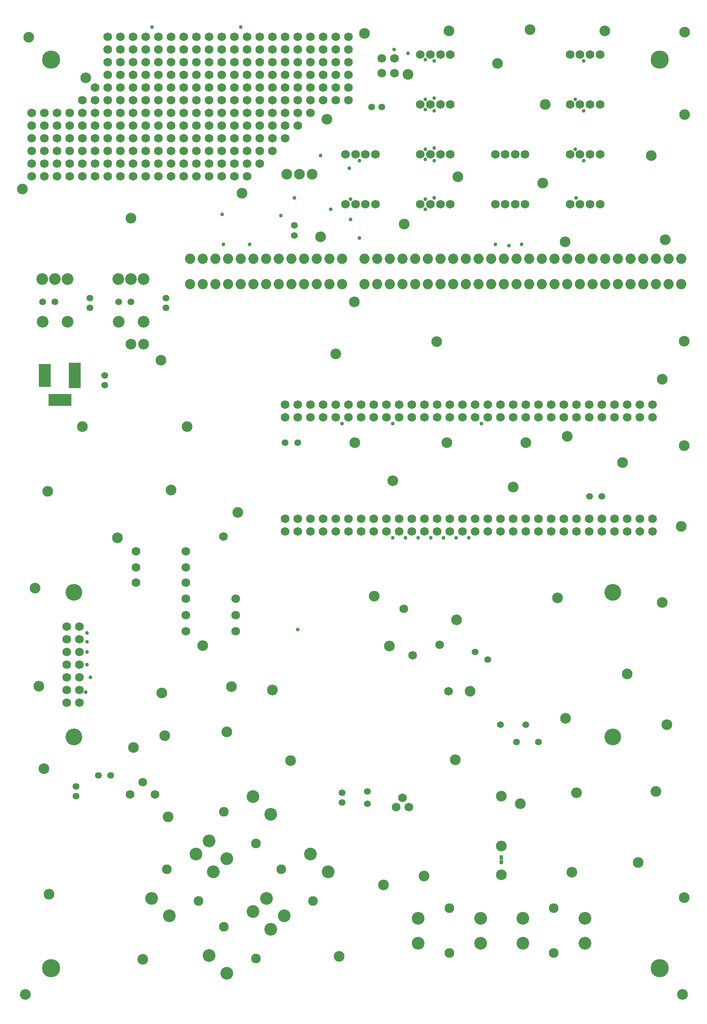
<source format=gbr>
%FSLAX33Y33*%
%MOMM*%
G04 EasyPC Gerber Version 17.0 Build 3379 *
%ADD116R,0.65240X0.95240*%
%ADD97R,2.35240X4.55240*%
%ADD100R,2.35240X5.15240*%
%ADD85C,0.75240*%
%ADD120C,1.16240*%
%ADD99C,1.16340*%
%ADD96C,1.35240*%
%ADD80C,1.75240*%
%ADD95C,1.95340*%
%ADD82C,2.05240*%
%ADD81C,2.15240*%
%ADD102C,2.35240*%
%ADD94C,2.55240*%
%ADD92C,3.35240*%
%ADD93C,3.65240*%
%ADD101R,4.55240X2.35240*%
X0Y0D02*
D02*
D80*
X7180Y169740D03*
Y172280D03*
Y174820D03*
Y177360D03*
Y179900D03*
Y182440D03*
X9720Y169740D03*
Y172280D03*
Y174820D03*
Y177360D03*
Y179900D03*
Y182440D03*
X12260Y169740D03*
Y172280D03*
Y174820D03*
Y177360D03*
Y179900D03*
Y182440D03*
X14165Y64330D03*
Y66870D03*
Y69410D03*
Y71950D03*
Y74490D03*
Y77030D03*
Y79570D03*
X14800Y169740D03*
Y172280D03*
Y174820D03*
Y177360D03*
Y179900D03*
Y182440D03*
X16705Y64330D03*
Y66870D03*
Y69410D03*
Y71950D03*
Y74490D03*
Y77030D03*
Y79570D03*
X17340Y169740D03*
Y172280D03*
Y174820D03*
Y177360D03*
Y179900D03*
Y182440D03*
Y184980D03*
X19880Y169740D03*
Y172280D03*
Y174820D03*
Y177360D03*
Y179900D03*
Y182440D03*
Y184980D03*
Y187520D03*
X22420Y169740D03*
Y172280D03*
Y174820D03*
Y177360D03*
Y179900D03*
Y182440D03*
Y184980D03*
Y187520D03*
Y190060D03*
Y192600D03*
Y195140D03*
Y197680D03*
X24960Y169740D03*
Y172280D03*
Y174820D03*
Y177360D03*
Y179900D03*
Y182440D03*
Y184980D03*
Y187520D03*
Y190060D03*
Y192600D03*
Y195140D03*
Y197680D03*
X26905Y45915D03*
X27500Y169740D03*
Y172280D03*
Y174820D03*
Y177360D03*
Y179900D03*
Y182440D03*
Y184980D03*
Y187520D03*
Y190060D03*
Y192600D03*
Y195140D03*
Y197680D03*
X28100Y88350D03*
Y91350D03*
Y94600D03*
X29405Y48415D03*
X30040Y169740D03*
Y172280D03*
Y174820D03*
Y177360D03*
Y179900D03*
Y182440D03*
Y184980D03*
Y187520D03*
Y190060D03*
Y192600D03*
Y195140D03*
Y197680D03*
X31905Y45915D03*
X32580Y169740D03*
Y172280D03*
Y174820D03*
Y177360D03*
Y179900D03*
Y182440D03*
Y184980D03*
Y187520D03*
Y190060D03*
Y192600D03*
Y195140D03*
Y197680D03*
X35120Y169740D03*
Y172280D03*
Y174820D03*
Y177360D03*
Y179900D03*
Y182440D03*
Y184980D03*
Y187520D03*
Y190060D03*
Y192600D03*
Y195140D03*
Y197680D03*
X37660Y169740D03*
Y172280D03*
Y174820D03*
Y177360D03*
Y179900D03*
Y182440D03*
Y184980D03*
Y187520D03*
Y190060D03*
Y192600D03*
Y195140D03*
Y197680D03*
X38100Y78600D03*
Y81850D03*
Y85100D03*
Y88350D03*
Y91350D03*
Y94600D03*
X40200Y169740D03*
Y172280D03*
Y174820D03*
Y177360D03*
Y179900D03*
Y182440D03*
Y184980D03*
Y187520D03*
Y190060D03*
Y192600D03*
Y195140D03*
Y197680D03*
X42740Y169740D03*
Y172280D03*
Y174820D03*
Y177360D03*
Y179900D03*
Y182440D03*
Y184980D03*
Y187520D03*
Y190060D03*
Y192600D03*
Y195140D03*
Y197680D03*
X45280Y169740D03*
Y172280D03*
Y174820D03*
Y177360D03*
Y179900D03*
Y182440D03*
Y184980D03*
Y187520D03*
Y190060D03*
Y192600D03*
Y195140D03*
Y197680D03*
X45600Y97600D03*
X47820Y169740D03*
Y172280D03*
Y174820D03*
Y177360D03*
Y179900D03*
Y182440D03*
Y184980D03*
Y187520D03*
Y190060D03*
Y192600D03*
Y195140D03*
Y197680D03*
X48100Y78600D03*
Y81850D03*
Y85100D03*
X50360Y169740D03*
Y172280D03*
Y174820D03*
Y177360D03*
Y179900D03*
Y182440D03*
Y184980D03*
Y187520D03*
Y190060D03*
Y192600D03*
Y195140D03*
Y197680D03*
X52900Y172280D03*
Y174820D03*
Y177360D03*
Y179900D03*
Y182440D03*
Y184980D03*
Y187520D03*
Y190060D03*
Y192600D03*
Y195140D03*
Y197680D03*
X55440Y174820D03*
Y177360D03*
Y179900D03*
Y182440D03*
Y184980D03*
Y187520D03*
Y190060D03*
Y192600D03*
Y195140D03*
Y197680D03*
X57980Y98620D03*
Y101160D03*
Y121480D03*
Y124020D03*
Y177360D03*
Y179900D03*
Y182440D03*
Y184980D03*
Y187520D03*
Y190060D03*
Y192600D03*
Y195140D03*
Y197680D03*
X60520Y98620D03*
Y101160D03*
Y121480D03*
Y124020D03*
Y179900D03*
Y182440D03*
Y184980D03*
Y187520D03*
Y190060D03*
Y192600D03*
Y195140D03*
Y197680D03*
X63060Y98620D03*
Y101160D03*
Y121480D03*
Y124020D03*
Y182440D03*
Y184980D03*
Y187520D03*
Y190060D03*
Y192600D03*
Y195140D03*
Y197680D03*
X65600Y98620D03*
Y101160D03*
Y121480D03*
Y124020D03*
Y184980D03*
Y187520D03*
Y190060D03*
Y192600D03*
Y195140D03*
Y197680D03*
X68140Y98620D03*
Y101160D03*
Y121480D03*
Y124020D03*
Y184980D03*
Y187520D03*
Y190060D03*
Y192600D03*
Y195140D03*
Y197680D03*
X70100Y164100D03*
Y174100D03*
X70680Y98620D03*
Y101160D03*
Y121480D03*
Y124020D03*
Y184980D03*
Y187520D03*
Y190060D03*
Y192600D03*
Y195140D03*
Y197680D03*
X72100Y164100D03*
Y174100D03*
X73220Y98620D03*
Y101160D03*
Y121480D03*
Y124020D03*
X74100Y164100D03*
Y174100D03*
X75760Y98620D03*
Y101160D03*
Y121480D03*
Y124020D03*
X76100Y164100D03*
Y174100D03*
X77350Y190350D03*
Y193350D03*
X78300Y98620D03*
Y101160D03*
Y121480D03*
Y124020D03*
X79890Y190350D03*
Y193350D03*
X80205Y43375D03*
X80840Y98620D03*
Y101160D03*
Y121480D03*
Y124020D03*
X81475Y45280D03*
X81804Y83054D03*
X82745Y43375D03*
X83380Y98620D03*
Y101160D03*
Y121480D03*
Y124020D03*
X83554Y73804D03*
X85100Y164100D03*
Y174100D03*
Y184100D03*
Y194100D03*
X85920Y98620D03*
Y101160D03*
Y121480D03*
Y124020D03*
X87100Y164100D03*
Y174100D03*
Y184100D03*
Y194100D03*
X88460Y98620D03*
Y101160D03*
Y121480D03*
Y124020D03*
X88988Y75870D03*
X89100Y164100D03*
Y174100D03*
Y184100D03*
Y194100D03*
X90738Y66620D03*
X91000Y98620D03*
Y101160D03*
Y121480D03*
Y124020D03*
X91100Y164100D03*
Y174100D03*
Y184100D03*
Y194100D03*
X93540Y98620D03*
Y101160D03*
Y121480D03*
Y124020D03*
X96080Y98620D03*
Y101160D03*
Y121480D03*
Y124020D03*
X98620Y98620D03*
Y101160D03*
Y121480D03*
Y124020D03*
X100100Y164100D03*
Y174100D03*
X101160Y98620D03*
Y101160D03*
Y121480D03*
Y124020D03*
X102100Y164100D03*
Y174100D03*
X103700Y98620D03*
Y101160D03*
Y121480D03*
Y124020D03*
X104100Y164100D03*
Y174100D03*
X106100Y164100D03*
Y174100D03*
X106240Y98620D03*
Y101160D03*
Y121480D03*
Y124020D03*
X108780Y98620D03*
Y101160D03*
Y121480D03*
Y124020D03*
X111320Y98620D03*
Y101160D03*
Y121480D03*
Y124020D03*
X113860Y98620D03*
Y101160D03*
Y121480D03*
Y124020D03*
X115100Y164100D03*
Y174100D03*
Y184100D03*
Y194100D03*
X116400Y98620D03*
Y101160D03*
Y121480D03*
Y124020D03*
X117100Y164100D03*
Y174100D03*
Y184100D03*
Y194100D03*
X118940Y98620D03*
Y101160D03*
Y121480D03*
Y124020D03*
X119100Y164100D03*
Y174100D03*
Y184100D03*
Y194100D03*
X121100Y164100D03*
Y174100D03*
Y184100D03*
Y194100D03*
X121480Y98620D03*
Y101160D03*
Y121480D03*
Y124020D03*
X124020Y98620D03*
Y101160D03*
Y121480D03*
Y124020D03*
X126560Y98620D03*
Y101160D03*
Y121480D03*
Y124020D03*
X129100Y98620D03*
Y101160D03*
Y121480D03*
Y124020D03*
X131640Y98620D03*
Y101160D03*
Y121480D03*
Y124020D03*
D02*
D81*
X5275Y167200D03*
X5910Y5910D03*
X6600Y197600D03*
X7860Y87220D03*
X8600Y67600D03*
X9600Y51100D03*
X10350Y106600D03*
X10673Y25913D03*
X17350Y119600D03*
X17975Y189425D03*
X24350Y97350D03*
X27060Y136100D03*
X27100Y161350D03*
X27600Y55350D03*
X29405Y12895D03*
X29600Y136100D03*
X33100Y132850D03*
X33215Y66235D03*
X33850Y57663D03*
X34485Y41470D03*
X35120Y106875D03*
X38350Y119600D03*
X41470Y75760D03*
X46260Y58420D03*
X47185Y67505D03*
X48455Y102430D03*
X49350Y166350D03*
X55440Y66870D03*
X58310Y170100D03*
X59060Y52660D03*
X60850Y170100D03*
X63390D03*
X65100Y157600D03*
X66350Y181100D03*
X68140Y134180D03*
X68775Y13530D03*
X71850Y144600D03*
X71950Y116400D03*
X73855Y198315D03*
X75850Y85600D03*
X77665Y27818D03*
X78850Y75600D03*
X79570Y108780D03*
X81850Y160100D03*
X82600Y190100D03*
X85850Y29600D03*
X88350Y136600D03*
X90365Y116400D03*
X90850Y198850D03*
X92100Y52850D03*
X92350Y80850D03*
X92600Y169600D03*
X95100Y66600D03*
X100600Y192350D03*
X101350Y29850D03*
Y35600D03*
Y45600D03*
X103700Y107510D03*
X105100Y44100D03*
X106240Y116400D03*
X107100Y199100D03*
X109600Y168350D03*
X110100Y184100D03*
X112590Y85285D03*
X114100Y156600D03*
X114177Y61155D03*
X114495Y117670D03*
X115448Y30358D03*
X116400Y46233D03*
X122100Y198850D03*
X125600Y112350D03*
X126521Y70024D03*
X128783Y32263D03*
X131350Y173850D03*
X132275Y46550D03*
X133545Y84333D03*
Y129100D03*
X134180Y157040D03*
X134498Y59885D03*
X137355Y99573D03*
X137673Y5910D03*
X137990Y25278D03*
Y115765D03*
Y136720D03*
X138100Y182100D03*
Y198600D03*
D02*
D82*
X38930Y148150D03*
Y153230D03*
X41470Y148150D03*
Y153230D03*
X44010Y148150D03*
Y153230D03*
X46550Y148150D03*
Y153230D03*
X49090Y148150D03*
Y153230D03*
X51630Y148150D03*
Y153230D03*
X54170Y148150D03*
Y153230D03*
X56710Y148150D03*
Y153230D03*
X59250Y148150D03*
Y153230D03*
X61790Y148150D03*
Y153230D03*
X64330Y148150D03*
Y153230D03*
X66870Y148150D03*
Y153230D03*
X69410Y148150D03*
Y153230D03*
X73855Y148150D03*
Y153230D03*
X76395Y148150D03*
Y153230D03*
X78935Y148150D03*
Y153230D03*
X81475Y148150D03*
Y153230D03*
X84015Y148150D03*
Y153230D03*
X86555Y148150D03*
Y153230D03*
X89095Y148150D03*
Y153230D03*
X91635Y148150D03*
Y153230D03*
X94175Y148150D03*
Y153230D03*
X96715Y148150D03*
Y153230D03*
X99255Y148150D03*
Y153230D03*
X101795Y148150D03*
Y153230D03*
X104335Y148150D03*
Y153230D03*
X106875Y148150D03*
Y153230D03*
X109415Y148150D03*
Y153230D03*
X111955Y148150D03*
Y153230D03*
X114495Y148150D03*
Y153230D03*
X117035Y148150D03*
Y153230D03*
X119575Y148150D03*
Y153230D03*
X122115Y148150D03*
Y153230D03*
X124655Y148150D03*
Y153230D03*
X127195Y148150D03*
Y153230D03*
X129735Y148150D03*
Y153230D03*
X132275Y148150D03*
Y153230D03*
X134815Y148150D03*
Y153230D03*
X137355Y148150D03*
Y153230D03*
D02*
D85*
X17970Y66374D03*
X18287Y76530D03*
X18293Y71950D03*
Y74490D03*
Y78300D03*
X18927Y69410D03*
X31310Y199585D03*
X45350Y162100D03*
X45600Y156100D03*
X49090Y199585D03*
X50850Y156100D03*
X57100Y161850D03*
X59850Y165350D03*
X60520Y78935D03*
X65100Y173850D03*
X67100Y163100D03*
X69410Y120210D03*
X70850Y171350D03*
X71100Y161100D03*
Y165100D03*
X72850Y157350D03*
Y172850D03*
X79570Y97350D03*
Y120210D03*
X79850Y195100D03*
X82110Y97350D03*
X82600Y194350D03*
X84650Y97350D03*
X86100Y163100D03*
Y165100D03*
Y173100D03*
Y175100D03*
Y183100D03*
Y185100D03*
Y193100D03*
X87190Y97350D03*
X87850Y165350D03*
Y172850D03*
Y175350D03*
Y182850D03*
Y185350D03*
Y192850D03*
X89730Y97350D03*
X92270D03*
X94810D03*
X97350Y120210D03*
X100100Y156100D03*
X102850Y155850D03*
X105350Y156100D03*
X116100Y175100D03*
Y185100D03*
X116350Y165350D03*
X117850Y172850D03*
Y182850D03*
Y192850D03*
D02*
D92*
X15665Y57430D03*
Y86430D03*
X123665Y57430D03*
Y86430D03*
D02*
D93*
X11100Y11100D03*
Y193100D03*
X133100Y11100D03*
Y193100D03*
D02*
D94*
X31231Y25131D03*
X34766Y21595D03*
X40070Y33969D03*
X42731Y36631D03*
X42731Y13630D03*
X43605Y30434D03*
X46266Y33095D03*
X46267Y10095D03*
X51569Y45469D03*
X51570Y22469D03*
X54231Y25130D03*
X55105Y41934D03*
X55105Y18933D03*
X57767Y21595D03*
X63070Y33969D03*
X66605Y30433D03*
X84650Y16150D03*
Y21150D03*
X97150Y16150D03*
Y21150D03*
X105605Y16150D03*
Y21150D03*
X118105Y16150D03*
Y21150D03*
D02*
D95*
X34236Y30964D03*
X40600Y24600D03*
X45736Y42464D03*
X45736Y19464D03*
X52100Y36100D03*
X52100Y13100D03*
X57236Y30964D03*
X63600Y24600D03*
X90900Y14150D03*
Y23150D03*
X111855Y14150D03*
Y23150D03*
D02*
D96*
X9350Y144600D03*
X11850D03*
X16070Y45550D03*
Y47550D03*
X18850Y143350D03*
Y145350D03*
X20515Y49725D03*
X21850Y127850D03*
Y129850D03*
X23015Y49725D03*
X24600Y144600D03*
X27100D03*
X34100Y143350D03*
Y145350D03*
X57980Y116400D03*
X59850Y157850D03*
Y159850D03*
X60480Y116400D03*
X69410Y44280D03*
Y46280D03*
X74490Y44050D03*
Y46550D03*
X75350Y183600D03*
X77350D03*
X96080Y74490D03*
X98620Y72903D03*
X101160Y59885D03*
X104335Y56393D03*
X106240Y59885D03*
X108780Y56393D03*
X118980Y105605D03*
X121480D03*
D02*
D97*
X9800Y129850D03*
D02*
D99*
X15800Y128450D03*
Y128550D03*
Y128650D03*
Y128750D03*
Y128850D03*
Y128950D03*
Y129050D03*
Y129150D03*
Y129250D03*
Y129350D03*
Y129450D03*
Y129550D03*
Y129650D03*
Y129750D03*
Y129950D03*
Y130050D03*
Y130150D03*
Y130250D03*
Y130350D03*
Y130450D03*
Y130550D03*
Y130650D03*
Y130750D03*
Y130850D03*
Y130950D03*
Y131050D03*
Y131150D03*
Y131250D03*
D02*
D100*
Y129850D03*
D02*
D101*
X12850Y124950D03*
D02*
D102*
X9310Y149100D03*
X9350Y140600D03*
X11850Y149100D03*
X14350Y140600D03*
X14390Y149100D03*
X24560D03*
X24600Y140600D03*
X27100Y149100D03*
X29600Y140600D03*
X29640Y149100D03*
D02*
D116*
X101350Y32350D03*
Y33350D03*
D02*
D120*
X9800Y128750D03*
Y128850D03*
Y128950D03*
Y129050D03*
Y129150D03*
Y129250D03*
Y129350D03*
Y129450D03*
Y129550D03*
Y129650D03*
Y129750D03*
Y129950D03*
Y130050D03*
Y130150D03*
Y130250D03*
Y130350D03*
Y130450D03*
Y130550D03*
Y130650D03*
Y130750D03*
Y130850D03*
Y130950D03*
X11750Y124950D03*
D03*
X11850D03*
X11950D03*
X12050D03*
X12150D03*
X12250D03*
X12350D03*
X12450D03*
D03*
X12550D03*
X12650D03*
X12750D03*
X12950D03*
X13050D03*
X13150D03*
X13250D03*
X13350D03*
X13450D03*
X13550D03*
D03*
X13650D03*
X13750D03*
X13850D03*
X13950D03*
X0Y0D02*
M02*

</source>
